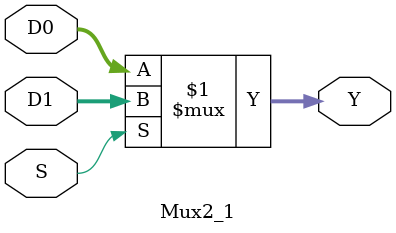
<source format=v>
module Mux2_1(D0, D1, S, Y);

output [31:0] Y;
input  [31:0] D0, D1;
input  S;

assign Y=(S)?D1:D0;
endmodule 
</source>
